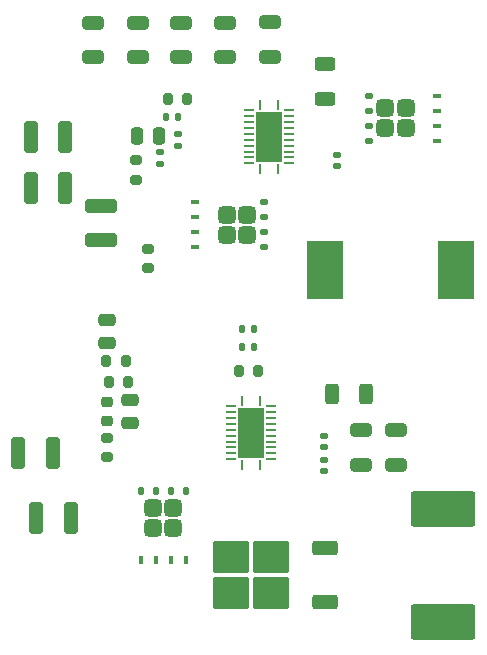
<source format=gbr>
%TF.GenerationSoftware,KiCad,Pcbnew,9.0.4-9.0.4-0~ubuntu24.04.1*%
%TF.CreationDate,2026-01-22T00:02:32-05:00*%
%TF.ProjectId,Mergung 1.18 TRACES,4d657267-756e-4672-9031-2e3138205452,rev?*%
%TF.SameCoordinates,Original*%
%TF.FileFunction,Paste,Top*%
%TF.FilePolarity,Positive*%
%FSLAX46Y46*%
G04 Gerber Fmt 4.6, Leading zero omitted, Abs format (unit mm)*
G04 Created by KiCad (PCBNEW 9.0.4-9.0.4-0~ubuntu24.04.1) date 2026-01-22 00:02:32*
%MOMM*%
%LPD*%
G01*
G04 APERTURE LIST*
G04 Aperture macros list*
%AMRoundRect*
0 Rectangle with rounded corners*
0 $1 Rounding radius*
0 $2 $3 $4 $5 $6 $7 $8 $9 X,Y pos of 4 corners*
0 Add a 4 corners polygon primitive as box body*
4,1,4,$2,$3,$4,$5,$6,$7,$8,$9,$2,$3,0*
0 Add four circle primitives for the rounded corners*
1,1,$1+$1,$2,$3*
1,1,$1+$1,$4,$5*
1,1,$1+$1,$6,$7*
1,1,$1+$1,$8,$9*
0 Add four rect primitives between the rounded corners*
20,1,$1+$1,$2,$3,$4,$5,0*
20,1,$1+$1,$4,$5,$6,$7,0*
20,1,$1+$1,$6,$7,$8,$9,0*
20,1,$1+$1,$8,$9,$2,$3,0*%
G04 Aperture macros list end*
%ADD10C,0.000000*%
%ADD11RoundRect,0.135000X0.135000X0.185000X-0.135000X0.185000X-0.135000X-0.185000X0.135000X-0.185000X0*%
%ADD12RoundRect,0.200000X-0.200000X-0.275000X0.200000X-0.275000X0.200000X0.275000X-0.200000X0.275000X0*%
%ADD13RoundRect,0.140000X-0.170000X0.140000X-0.170000X-0.140000X0.170000X-0.140000X0.170000X0.140000X0*%
%ADD14RoundRect,0.250000X0.475000X-0.250000X0.475000X0.250000X-0.475000X0.250000X-0.475000X-0.250000X0*%
%ADD15RoundRect,0.250000X0.325000X1.100000X-0.325000X1.100000X-0.325000X-1.100000X0.325000X-1.100000X0*%
%ADD16RoundRect,0.200000X-0.275000X0.200000X-0.275000X-0.200000X0.275000X-0.200000X0.275000X0.200000X0*%
%ADD17RoundRect,0.250000X1.275000X1.125000X-1.275000X1.125000X-1.275000X-1.125000X1.275000X-1.125000X0*%
%ADD18RoundRect,0.250000X0.850000X0.350000X-0.850000X0.350000X-0.850000X-0.350000X0.850000X-0.350000X0*%
%ADD19RoundRect,0.250000X-0.650000X0.325000X-0.650000X-0.325000X0.650000X-0.325000X0.650000X0.325000X0*%
%ADD20RoundRect,0.375000X0.375000X0.375000X-0.375000X0.375000X-0.375000X-0.375000X0.375000X-0.375000X0*%
%ADD21RoundRect,0.125000X0.250000X0.125000X-0.250000X0.125000X-0.250000X-0.125000X0.250000X-0.125000X0*%
%ADD22RoundRect,0.100000X0.275000X0.100000X-0.275000X0.100000X-0.275000X-0.100000X0.275000X-0.100000X0*%
%ADD23RoundRect,0.250000X0.625000X-0.312500X0.625000X0.312500X-0.625000X0.312500X-0.625000X-0.312500X0*%
%ADD24RoundRect,0.249999X2.500001X-1.250001X2.500001X1.250001X-2.500001X1.250001X-2.500001X-1.250001X0*%
%ADD25RoundRect,0.250000X-0.250000X-0.475000X0.250000X-0.475000X0.250000X0.475000X-0.250000X0.475000X0*%
%ADD26RoundRect,0.250000X-0.325000X-1.100000X0.325000X-1.100000X0.325000X1.100000X-0.325000X1.100000X0*%
%ADD27RoundRect,0.250000X-0.475000X0.250000X-0.475000X-0.250000X0.475000X-0.250000X0.475000X0.250000X0*%
%ADD28RoundRect,0.135000X-0.185000X0.135000X-0.185000X-0.135000X0.185000X-0.135000X0.185000X0.135000X0*%
%ADD29R,3.100000X5.000000*%
%ADD30RoundRect,0.135000X-0.135000X-0.185000X0.135000X-0.185000X0.135000X0.185000X-0.135000X0.185000X0*%
%ADD31R,0.254000X0.812800*%
%ADD32R,0.812800X0.254000*%
%ADD33R,2.209800X4.191000*%
%ADD34RoundRect,0.375000X-0.375000X-0.375000X0.375000X-0.375000X0.375000X0.375000X-0.375000X0.375000X0*%
%ADD35RoundRect,0.125000X-0.250000X-0.125000X0.250000X-0.125000X0.250000X0.125000X-0.250000X0.125000X0*%
%ADD36RoundRect,0.100000X-0.275000X-0.100000X0.275000X-0.100000X0.275000X0.100000X-0.275000X0.100000X0*%
%ADD37RoundRect,0.250000X0.312500X0.625000X-0.312500X0.625000X-0.312500X-0.625000X0.312500X-0.625000X0*%
%ADD38RoundRect,0.225000X0.250000X-0.225000X0.250000X0.225000X-0.250000X0.225000X-0.250000X-0.225000X0*%
%ADD39RoundRect,0.140000X0.170000X-0.140000X0.170000X0.140000X-0.170000X0.140000X-0.170000X-0.140000X0*%
%ADD40RoundRect,0.250000X1.100000X-0.325000X1.100000X0.325000X-1.100000X0.325000X-1.100000X-0.325000X0*%
%ADD41RoundRect,0.375000X0.375000X-0.375000X0.375000X0.375000X-0.375000X0.375000X-0.375000X-0.375000X0*%
%ADD42RoundRect,0.125000X0.125000X-0.250000X0.125000X0.250000X-0.125000X0.250000X-0.125000X-0.250000X0*%
%ADD43RoundRect,0.100000X0.100000X-0.275000X0.100000X0.275000X-0.100000X0.275000X-0.100000X-0.275000X0*%
G04 APERTURE END LIST*
D10*
%TO.C,U1*%
G36*
X72754900Y-31393900D02*
G01*
X70745100Y-31393900D01*
X70745100Y-30196900D01*
X72754900Y-30196900D01*
X72754900Y-31393900D01*
G37*
G36*
X72754900Y-32790900D02*
G01*
X70745100Y-32790900D01*
X70745100Y-31593900D01*
X72754900Y-31593900D01*
X72754900Y-32790900D01*
G37*
G36*
X72754900Y-34187900D02*
G01*
X70745100Y-34187900D01*
X70745100Y-32990900D01*
X72754900Y-32990900D01*
X72754900Y-34187900D01*
G37*
%TO.C,U2*%
G36*
X71206700Y-56451500D02*
G01*
X69196900Y-56451500D01*
X69196900Y-55254500D01*
X71206700Y-55254500D01*
X71206700Y-56451500D01*
G37*
G36*
X71206700Y-57848500D02*
G01*
X69196900Y-57848500D01*
X69196900Y-56651500D01*
X71206700Y-56651500D01*
X71206700Y-57848500D01*
G37*
G36*
X71206700Y-59245500D02*
G01*
X69196900Y-59245500D01*
X69196900Y-58048500D01*
X71206700Y-58048500D01*
X71206700Y-59245500D01*
G37*
%TD*%
D11*
%TO.C,Rfbt1*%
X70510000Y-50000000D03*
X69490000Y-50000000D03*
%TD*%
D12*
%TO.C,Rpg2*%
X69175000Y-52000000D03*
X70825000Y-52000000D03*
%TD*%
D13*
%TO.C,Cvdda2*%
X76403600Y-57540000D03*
X76403600Y-58500000D03*
%TD*%
%TO.C,Cboot2*%
X76403600Y-59540000D03*
X76403600Y-60500000D03*
%TD*%
D11*
%TO.C,Rt2*%
X70510000Y-48500000D03*
X69490000Y-48500000D03*
%TD*%
D14*
%TO.C,Ccomp4*%
X60000000Y-56400000D03*
X60000000Y-54500000D03*
%TD*%
D15*
%TO.C,Cin3*%
X53475000Y-59000000D03*
X50525000Y-59000000D03*
%TD*%
D16*
%TO.C,Rfbb1*%
X58000000Y-57675000D03*
X58000000Y-59325000D03*
%TD*%
D12*
%TO.C,Rconfig2*%
X57975000Y-51175000D03*
X59625000Y-51175000D03*
%TD*%
D16*
%TO.C,Rpg1*%
X61500000Y-41675000D03*
X61500000Y-43325000D03*
%TD*%
D17*
%TO.C,M4*%
X71875000Y-70805000D03*
X71875000Y-67755000D03*
X68525000Y-70805000D03*
X68525000Y-67755000D03*
D18*
X76500000Y-71560000D03*
X76500000Y-67000000D03*
%TD*%
D19*
%TO.C,Cout7*%
X79500000Y-57025000D03*
X79500000Y-59975000D03*
%TD*%
D12*
%TO.C,Rcomp2*%
X58175000Y-52950000D03*
X59825000Y-52950000D03*
%TD*%
D20*
%TO.C,M1*%
X83300000Y-31485000D03*
X83300000Y-29785000D03*
X81600000Y-31485000D03*
X81600000Y-29785000D03*
D21*
X80195000Y-32540000D03*
X80195000Y-31270000D03*
X80195000Y-30000000D03*
X80195000Y-28730000D03*
D22*
X86000000Y-32540000D03*
X86000000Y-31270000D03*
X86000000Y-30000000D03*
X86000000Y-28730000D03*
%TD*%
D23*
%TO.C,Rsense1*%
X76500000Y-28962500D03*
X76500000Y-26037500D03*
%TD*%
D24*
%TO.C,L2*%
X86500000Y-73250000D03*
X86500000Y-63750000D03*
%TD*%
D16*
%TO.C,Rcomp1*%
X60500000Y-34175000D03*
X60500000Y-35825000D03*
%TD*%
D25*
%TO.C,Ccomp1*%
X60550000Y-32100000D03*
X62450000Y-32100000D03*
%TD*%
D26*
%TO.C,Cin1*%
X51550000Y-32250000D03*
X54500000Y-32250000D03*
%TD*%
D19*
%TO.C,Cout2*%
X68000000Y-22525000D03*
X68000000Y-25475000D03*
%TD*%
D12*
%TO.C,Rconfig1*%
X63175000Y-29000000D03*
X64825000Y-29000000D03*
%TD*%
D27*
%TO.C,Ccomp2*%
X58000000Y-47725000D03*
X58000000Y-49625000D03*
%TD*%
D28*
%TO.C,Rvdda1*%
X64000000Y-31990000D03*
X64000000Y-33010000D03*
%TD*%
D29*
%TO.C,L1*%
X87550000Y-43500000D03*
X76450000Y-43500000D03*
%TD*%
D19*
%TO.C,Cout6-7*%
X82500000Y-57025000D03*
X82500000Y-59975000D03*
%TD*%
%TO.C,Cout3*%
X64300000Y-22525000D03*
X64300000Y-25475000D03*
%TD*%
%TO.C,Cout4*%
X60650000Y-22525000D03*
X60650000Y-25475000D03*
%TD*%
D30*
%TO.C,Rt1*%
X62990000Y-30500000D03*
X64010000Y-30500000D03*
%TD*%
D31*
%TO.C,U1*%
X70999999Y-29500000D03*
D32*
X70048200Y-29942399D03*
X70048200Y-30442401D03*
X70048200Y-30942400D03*
X70048200Y-31442399D03*
X70048200Y-31942400D03*
X70048200Y-32442400D03*
X70048200Y-32942401D03*
X70048200Y-33442400D03*
X70048200Y-33942399D03*
X70048200Y-34442401D03*
D31*
X70999999Y-34884800D03*
X72500001Y-34884800D03*
D32*
X73451800Y-34442401D03*
X73451800Y-33942399D03*
X73451800Y-33442400D03*
X73451800Y-32942401D03*
X73451800Y-32442400D03*
X73451800Y-31942400D03*
X73451800Y-31442399D03*
X73451800Y-30942400D03*
X73451800Y-30442401D03*
X73451800Y-29942399D03*
D31*
X72500001Y-29500000D03*
D33*
X71750000Y-32192400D03*
%TD*%
D34*
%TO.C,M2*%
X68200000Y-38785000D03*
X68200000Y-40485000D03*
X69900000Y-38785000D03*
X69900000Y-40485000D03*
D35*
X71305000Y-37730000D03*
X71305000Y-39000000D03*
X71305000Y-40270000D03*
X71305000Y-41540000D03*
D36*
X65500000Y-37730000D03*
X65500000Y-39000000D03*
X65500000Y-40270000D03*
X65500000Y-41540000D03*
%TD*%
D31*
%TO.C,U2*%
X69451799Y-54557600D03*
D32*
X68500000Y-54999999D03*
X68500000Y-55500001D03*
X68500000Y-56000000D03*
X68500000Y-56499999D03*
X68500000Y-57000000D03*
X68500000Y-57500000D03*
X68500000Y-58000001D03*
X68500000Y-58500000D03*
X68500000Y-58999999D03*
X68500000Y-59500001D03*
D31*
X69451799Y-59942400D03*
X70951801Y-59942400D03*
D32*
X71903600Y-59500001D03*
X71903600Y-58999999D03*
X71903600Y-58500000D03*
X71903600Y-58000001D03*
X71903600Y-57500000D03*
X71903600Y-57000000D03*
X71903600Y-56499999D03*
X71903600Y-56000000D03*
X71903600Y-55500001D03*
X71903600Y-54999999D03*
D31*
X70951801Y-54557600D03*
D33*
X70201800Y-57250000D03*
%TD*%
D37*
%TO.C,Rsense2*%
X79962500Y-54000000D03*
X77037500Y-54000000D03*
%TD*%
D38*
%TO.C,Ccomp3*%
X58000000Y-56225000D03*
X58000000Y-54675000D03*
%TD*%
D26*
%TO.C,Cin2*%
X51550000Y-36500000D03*
X54500000Y-36500000D03*
%TD*%
D39*
%TO.C,Cvdda1*%
X62500000Y-34480000D03*
X62500000Y-33520000D03*
%TD*%
D40*
%TO.C,Cvcc1*%
X57500000Y-40975000D03*
X57500000Y-38025000D03*
%TD*%
D19*
%TO.C,Cout5*%
X56800000Y-22525000D03*
X56800000Y-25475000D03*
%TD*%
%TO.C,Cout1 - 5*%
X71800000Y-22500000D03*
X71800000Y-25450000D03*
%TD*%
D41*
%TO.C,M3*%
X61918600Y-65300000D03*
X63618600Y-65300000D03*
X61918600Y-63600000D03*
X63618600Y-63600000D03*
D42*
X60863600Y-62195000D03*
X62133600Y-62195000D03*
X63403600Y-62195000D03*
X64673600Y-62195000D03*
D43*
X60863600Y-68000000D03*
X62133600Y-68000000D03*
X63403600Y-68000000D03*
X64673600Y-68000000D03*
%TD*%
D26*
%TO.C,Cvcc2*%
X52025000Y-64500000D03*
X54975000Y-64500000D03*
%TD*%
D13*
%TO.C,Cboot1*%
X77500000Y-33720000D03*
X77500000Y-34680000D03*
%TD*%
M02*

</source>
